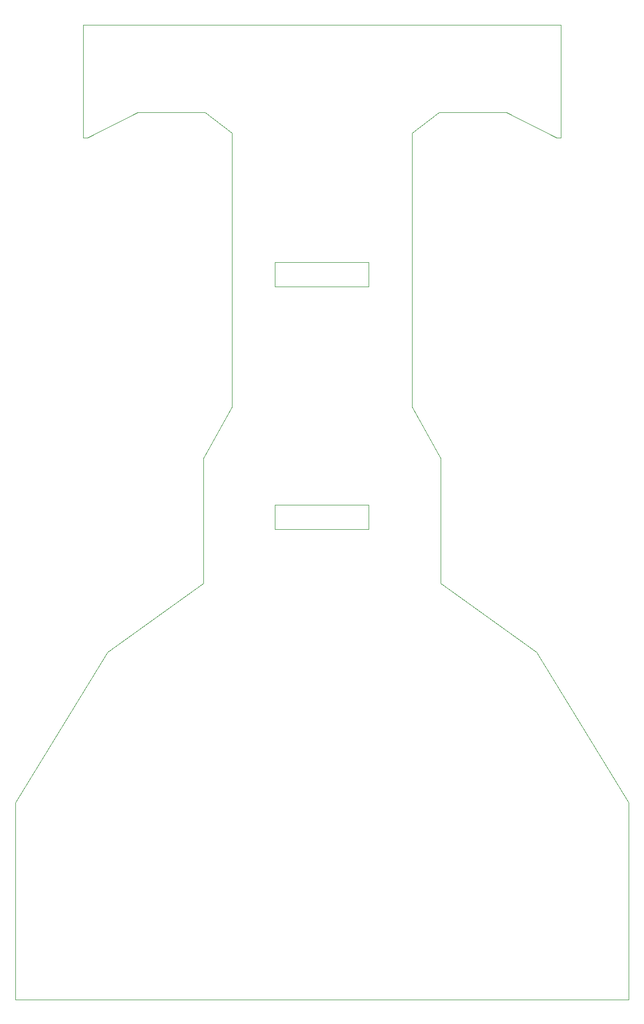
<source format=gbr>
%TF.GenerationSoftware,KiCad,Pcbnew,8.0.6*%
%TF.CreationDate,2025-02-20T18:25:40+08:00*%
%TF.ProjectId,uyLy_LFChassis,75794c79-5f4c-4464-9368-61737369732e,rev?*%
%TF.SameCoordinates,Original*%
%TF.FileFunction,Profile,NP*%
%FSLAX46Y46*%
G04 Gerber Fmt 4.6, Leading zero omitted, Abs format (unit mm)*
G04 Created by KiCad (PCBNEW 8.0.6) date 2025-02-20 18:25:40*
%MOMM*%
%LPD*%
G01*
G04 APERTURE LIST*
%TA.AperFunction,Profile*%
%ADD10C,0.050000*%
%TD*%
G04 APERTURE END LIST*
D10*
X334850000Y-127450000D02*
X258550000Y-127400000D01*
X334850000Y-145450000D02*
X334850000Y-128450000D01*
X315700000Y-216700000D02*
X330950000Y-227700000D01*
X289140000Y-204130000D02*
X304140000Y-204130000D01*
X304140000Y-208010000D01*
X289140000Y-208010000D01*
X289140000Y-204130000D01*
X289130000Y-165360000D02*
X304130000Y-165360000D01*
X304130000Y-169240000D01*
X289130000Y-169240000D01*
X289130000Y-165360000D01*
X277950000Y-141450000D02*
X282300000Y-144700000D01*
X282300000Y-188450000D02*
X282300000Y-144700000D01*
X277700000Y-196700000D02*
X277700000Y-216700000D01*
X315700000Y-196700000D02*
X311100000Y-188450000D01*
X334850000Y-128450000D02*
X334850000Y-128050000D01*
X258550000Y-145450000D02*
X258550000Y-127400000D01*
X326200000Y-141450000D02*
X334200000Y-145450000D01*
X247700000Y-251700000D02*
X262450000Y-227700000D01*
X334850000Y-128050000D02*
X334850000Y-127450000D01*
X311100000Y-144700000D02*
X315450000Y-141450000D01*
X277700000Y-216700000D02*
X262450000Y-227700000D01*
X247700000Y-251700000D02*
X247700000Y-283200000D01*
X345700000Y-251700000D02*
X330950000Y-227700000D01*
X334200000Y-145450000D02*
X334850000Y-145450000D01*
X277700000Y-196700000D02*
X282300000Y-188450000D01*
X311100000Y-144700000D02*
X311100000Y-188450000D01*
X259200000Y-145450000D02*
X258550000Y-145450000D01*
X315700000Y-196700000D02*
X315700000Y-216700000D01*
X345700000Y-283200000D02*
X247700000Y-283200000D01*
X259200000Y-145450000D02*
X267200000Y-141450000D01*
X267200000Y-141450000D02*
X277950000Y-141450000D01*
X315450000Y-141450000D02*
X326200000Y-141450000D01*
X345700000Y-283200000D02*
X345700000Y-251700000D01*
M02*

</source>
